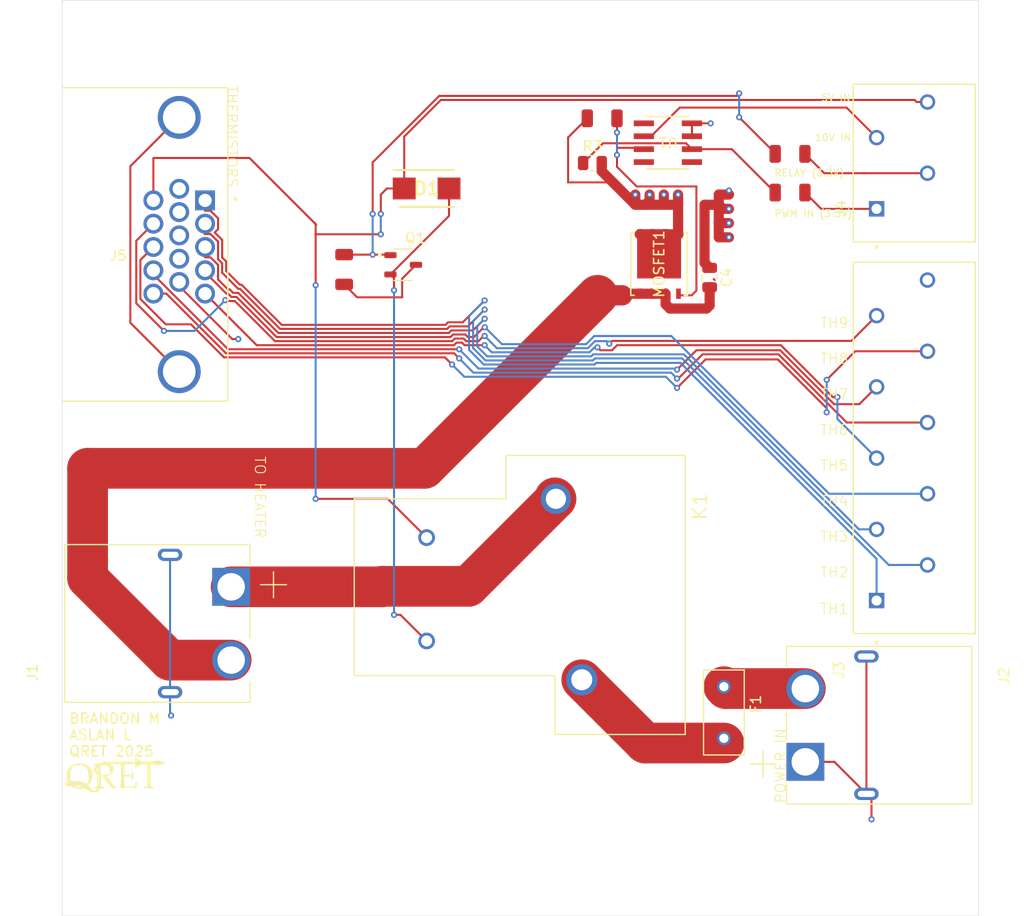
<source format=kicad_pcb>
(kicad_pcb (version 20241229) (generator "pcbnew") (generator_version "9.0")
  (layers (0 "F.Cu" signal) (2 "B.Cu" signal) (13 "F.Paste" user) (15 "B.Paste" user) (5 "F.SilkS" user "F.Silkscreen") (7 "B.SilkS" user "B.Silkscreen") (1 "F.Mask" user) (3 "B.Mask" user) (25 "Edge.Cuts" user))
  (net 0 "")
  (net 1 "GND")
  (net 2 "TH2")
  (net 3 "TH3")
  (net 4 "TH1")
  (net 5 "5V")
  (net 6 "TH7")
  (net 7 "TH6")
  (net 8 "TH8")
  (net 9 "TH4")
  (net 10 "TH9")
  (net 11 "TH5")
  (net 12 "Net-(J1-Pin_2)")
  (net 13 "PWM")
  (net 14 "RELAY")
  (net 15 "Net-(F1-Pad2)")
  (net 16 "Net-(D1-A)")
  (net 17 "10V")
  (net 18 "/24V")
  (net 19 "/24VIN")
  (net 21 "Net-(Q1-Pad1)")
  (net 22 "10V PWM")
  (net 23 "Net-(U1-INPUT_A)")
  (footprint "TC4427:SOIC8-N_MC_MCH" (layer "F.Cu") (at 109.5 59 180)
    (property "Reference" "U1" (at 0 0 180) (layer "F.SilkS"))
    (property "Value" "TC4427ACOA")
    (pad "1" smd rect (at -2.3622 -1.905 180) (size 1.9812 0.5588) (layers "F.Cu" "F.Mask" "F.Paste"))
    (pad "2" smd rect (at -2.3622 -0.635 180) (size 1.9812 0.5588) (layers "F.Cu" "F.Mask" "F.Paste") (net 23 "Net-(U1-INPUT_A)"))
    (pad "3" smd rect (at -2.3622 0.635 180) (size 1.9812 0.5588) (layers "F.Cu" "F.Mask" "F.Paste") (net 1 "GND"))
    (pad "4" smd rect (at -2.3622 1.905 180) (size 1.9812 0.5588) (layers "F.Cu" "F.Mask" "F.Paste") (net 1 "GND"))
    (pad "5" smd rect (at 2.3622 1.905 180) (size 1.9812 0.5588) (layers "F.Cu" "F.Mask" "F.Paste"))
    (pad "6" smd rect (at 2.3622 0.635 180) (size 1.9812 0.5588) (layers "F.Cu" "F.Mask" "F.Paste") (net 17 "10V"))
    (pad "7" smd rect (at 2.3622 -0.635 180) (size 1.9812 0.5588) (layers "F.Cu" "F.Mask" "F.Paste") (net 22 "10V PWM"))
    (pad "8" smd rect (at 2.3622 -1.905 180) (size 1.9812 0.5588) (layers "F.Cu" "F.Mask" "F.Paste"))
  )
  (footprint "XT60PW-M:AMASS_XT60PW-M" (layer "F.Cu") (at 129 116.25 -90)
    (property "Reference" "J2" (at -4.8236 -13.51498 90) (layer "F.SilkS") (effects (font (size 1.000441 1.000441))))
    (property "Value" "XT60PW-M")
    (pad "1" thru_hole rect (at 3.6 6 270) (size 3.716 3.716) (drill 2.7) (layers "*.Cu" "*.Mask") (net 1 "GND"))
    (pad "2" thru_hole circle (at -3.6 6 270) (size 3.716 3.716) (drill 2.7) (layers "*.Cu" "*.Mask") (net 19 "/24VIN"))
    (pad "S1" thru_hole oval (at 6.75 0 270) (size 1.2 2.4) (drill oval 0.6 1.7) (layers "*.Cu" "*.Mask"))
    (pad "S2" thru_hole oval (at -6.75 0 270) (size 1.2 2.4) (drill oval 0.6 1.7) (layers "*.Cu" "*.Mask"))
  )
  (footprint "PCM_JLCPCB:R_1206" (layer "F.Cu") (at 121.5 60.1 180)
    (property "Reference" "R1" (hide yes))
    (property "Value" "100")
    (pad "1" smd roundrect (at -1.46 0 180) (size 1.12 1.75) (layers "F.Cu" "F.Mask" "F.Paste") (roundrect_rratio 0.222222) (net 14 "RELAY"))
    (pad "2" smd roundrect (at 1.46 0 180) (size 1.12 1.75) (layers "F.Cu" "F.Mask" "F.Paste") (roundrect_rratio 0.222222) (net 21 "Net-(Q1-Pad1)"))
  )
  (footprint "Capacitor_SMD:C_0805_2012Metric" (layer "F.Cu") (at 113.6 72.25 -90)
    (property "Reference" "C4" (at 0 -1.68 90) (layer "F.SilkS"))
    (property "Value" "C47.5nf")
    (pad "1" smd roundrect (at -0.95 0 270) (size 1 1.45) (layers "F.Cu" "F.Mask" "F.Paste") (net 1 "GND"))
    (pad "2" smd roundrect (at 0.95 0 270) (size 1 1.45) (layers "F.Cu" "F.Mask" "F.Paste") (net 12 "Net-(J1-Pin_2)"))
  )
  (footprint "1985218:TE_1985218" (layer "F.Cu") (at 133.7 61 90)
    (property "Reference" "J4" (at -4.4925 -7.2325 90) (layer "F.SilkS"))
    (property "Value" "1985218")
    (pad "1" thru_hole rect (at -4.5 -3.7 90) (size 1.508 1.508) (drill 1) (layers "*.Cu" "*.Mask") (net 13 "PWM"))
    (pad "2" thru_hole circle (at -1 1.3 90) (size 1.508 1.508) (drill 1) (layers "*.Cu" "*.Mask") (net 14 "RELAY"))
    (pad "3" thru_hole circle (at 2.5 -3.7 90) (size 1.508 1.508) (drill 1) (layers "*.Cu" "*.Mask") (net 17 "10V"))
    (pad "4" thru_hole circle (at 6 1.3 90) (size 1.508 1.508) (drill 1) (layers "*.Cu" "*.Mask") (net 5 "5V"))
  )
  (footprint "PCM_JLCPCB:R_1206" (layer "F.Cu") (at 77.7 71.46 -90)
    (property "Reference" "R4" (hide yes))
    (property "Value" "4.7k")
    (pad "1" smd roundrect (at -1.46 0 270) (size 1.12 1.75) (layers "F.Cu" "F.Mask" "F.Paste") (roundrect_rratio 0.222222) (net 21 "Net-(Q1-Pad1)"))
    (pad "2" smd roundrect (at 1.46 0 270) (size 1.12 1.75) (layers "F.Cu" "F.Mask" "F.Paste") (roundrect_rratio 0.222222) (net 1 "GND"))
  )
  (footprint "LOGO" (layer "F.Cu") (at 55.2 121.1)
    (property "Reference" "G***" (hide yes))
    (property "Value" "LOGO" (hide yes))
  )
  (footprint "PCM_JLCPCB:R_1206" (layer "F.Cu") (at 121.5 63.9 180)
    (property "Reference" "R2" (hide yes))
    (property "Value" "100")
    (pad "1" smd roundrect (at -1.46 0 180) (size 1.12 1.75) (layers "F.Cu" "F.Mask" "F.Paste") (roundrect_rratio 0.222222) (net 13 "PWM"))
    (pad "2" smd roundrect (at 1.46 0 180) (size 1.12 1.75) (layers "F.Cu" "F.Mask" "F.Paste") (roundrect_rratio 0.222222) (net 23 "Net-(U1-INPUT_A)"))
  )
  (footprint "AO3400A (1):SOT95P280X125-3N" (layer "F.Cu") (at 83.5 71)
    (property "Reference" "Q1" (at 1.175 -2.635 0) (layer "F.SilkS"))
    (property "Value" "AO3400A" (hide yes))
    (pad "1" smd roundrect (at -1.255 -0.95) (size 1.21 0.59) (layers "F.Cu" "F.Mask" "F.Paste") (net 21 "Net-(Q1-Pad1)"))
    (pad "2" smd roundrect (at -1.255 0.95) (size 1.21 0.59) (layers "F.Cu" "F.Mask" "F.Paste") (net 16 "Net-(D1-A)"))
    (pad "3" smd roundrect (at 1.255 0) (size 1.21 0.59) (layers "F.Cu" "F.Mask" "F.Paste") (net 1 "GND"))
  )
  (footprint "10090926_P154XLF:AMPHENOL_10090926-P154XLF" (layer "F.Cu") (at 61.5 69 -90)
    (property "Reference" "J5" (at 1.1 6 180) (layer "F.SilkS"))
    (property "Value" "10090926-P154XLF")
    (pad "1" thru_hole rect (at -4.33 -2.54 270) (size 1.95 1.95) (drill 1.3) (layers "*.Cu" "*.Mask") (net 4 "TH1"))
    (pad "2" thru_hole circle (at -2.04 -2.54 270) (size 1.95 1.95) (drill 1.3) (layers "*.Cu" "*.Mask") (net 2 "TH2"))
    (pad "3" thru_hole circle (at 0.25 -2.54 270) (size 1.95 1.95) (drill 1.3) (layers "*.Cu" "*.Mask") (net 3 "TH3"))
    (pad "4" thru_hole circle (at 2.54 -2.54 270) (size 1.95 1.95) (drill 1.3) (layers "*.Cu" "*.Mask") (net 9 "TH4"))
    (pad "5" thru_hole circle (at 4.83 -2.54 270) (size 1.95 1.95) (drill 1.3) (layers "*.Cu" "*.Mask") (net 11 "TH5"))
    (pad "6" thru_hole circle (at -5.47 0 270) (size 1.95 1.95) (drill 1.3) (layers "*.Cu" "*.Mask"))
    (pad "7" thru_hole circle (at -3.18 0 270) (size 1.95 1.95) (drill 1.3) (layers "*.Cu" "*.Mask"))
    (pad "8" thru_hole circle (at -0.89 0 270) (size 1.95 1.95) (drill 1.3) (layers "*.Cu" "*.Mask"))
    (pad "9" thru_hole circle (at 1.4 0 270) (size 1.95 1.95) (drill 1.3) (layers "*.Cu" "*.Mask"))
    (pad "10" thru_hole circle (at 3.69 0 270) (size 1.95 1.95) (drill 1.3) (layers "*.Cu" "*.Mask") (net 1 "GND"))
    (pad "11" thru_hole circle (at -4.33 2.54 270) (size 1.95 1.95) (drill 1.3) (layers "*.Cu" "*.Mask") (net 5 "5V"))
    (pad "12" thru_hole circle (at -2.04 2.54 270) (size 1.95 1.95) (drill 1.3) (layers "*.Cu" "*.Mask") (net 10 "TH9"))
    (pad "13" thru_hole circle (at 0.25 2.54 270) (size 1.95 1.95) (drill 1.3) (layers "*.Cu" "*.Mask") (net 8 "TH8"))
    (pad "14" thru_hole circle (at 2.54 2.54 270) (size 1.95 1.95) (drill 1.3) (layers "*.Cu" "*.Mask") (net 6 "TH7"))
    (pad "15" thru_hole circle (at 4.83 2.54 270) (size 1.95 1.95) (drill 1.3) (layers "*.Cu" "*.Mask") (net 7 "TH6"))
    (pad "S1" thru_hole circle (at -12.49 0 270) (size 4.216 4.216) (drill 3.2) (layers "*.Cu" "*.Mask") (net 1 "GND"))
    (pad "S2" thru_hole circle (at 12.5 0 270) (size 4.216 4.216) (drill 3.2) (layers "*.Cu" "*.Mask") (net 1 "GND"))
  )
  (footprint "MBRS1100T3G:DIOM5436X247N" (layer "F.Cu") (at 85.8 63.5)
    (property "Reference" "D1" (at 0 0 0) (layer "F.SilkS") (effects (font (size 1.27 1.27) (thickness 0.254))))
    (property "Value" "MBRS1100T3G" (hide yes))
    (pad "1" smd rect (at -2.2 0 90) (size 2.15 2.25) (layers "F.Cu" "F.Mask" "F.Paste") (net 5 "5V"))
    (pad "2" smd rect (at 2.2 0 90) (size 2.15 2.25) (layers "F.Cu" "F.Mask" "F.Paste") (net 16 "Net-(D1-A)"))
  )
  (footprint "MountingHole:MountingHole_2.2mm_M2" (layer "F.Cu") (at 135 130)
    (property "Reference" "REF**" (hide yes))
    (property "Value" "MountingHole_2.2mm_M2")
    (pad "" np_thru_hole circle (at 0 0) (size 2.2 2.2) (drill 2.2) (layers "*.Cu" "*.Mask"))
  )
  (footprint "Resistor_SMD:R_0805_2012Metric" (layer "F.Cu") (at 102.0875 61)
    (property "Reference" "R3" (at 0 -1.65 0) (layer "F.SilkS"))
    (property "Value" "R100k")
    (pad "1" smd roundrect (at -0.9125 0) (size 1.025 1.4) (layers "F.Cu" "F.Mask" "F.Paste") (roundrect_rratio 0.243902) (net 23 "Net-(U1-INPUT_A)"))
    (pad "2" smd roundrect (at 0.9125 0) (size 1.025 1.4) (layers "F.Cu" "F.Mask" "F.Paste") (roundrect_rratio 0.243902) (net 1 "GND"))
  )
  (footprint "MountingHole:MountingHole_2.2mm_M2" (layer "F.Cu") (at 135 50)
    (property "Reference" "REF**" (hide yes))
    (property "Value" "MountingHole_2.2mm_M2")
    (pad "" np_thru_hole circle (at 0 0) (size 2.2 2.2) (drill 2.2) (layers "*.Cu" "*.Mask"))
  )
  (footprint "01x12 connnector:PHOENIX_1985276" (layer "F.Cu") (at 139.7 107.25 90)
    (property "Reference" "J3" (at -3.575 -13.385 90) (layer "F.SilkS"))
    (property "Value" "1985276")
    (pad "1" thru_hole rect (at 3.25 -9.7 90) (size 1.508 1.508) (drill 1) (layers "*.Cu" "*.Mask") (net 4 "TH1"))
    (pad "2" thru_hole circle (at 6.75 -4.7 90) (size 1.508 1.508) (drill 1) (layers "*.Cu" "*.Mask") (net 2 "TH2"))
    (pad "3" thru_hole circle (at 10.25 -9.7 90) (size 1.508 1.508) (drill 1) (layers "*.Cu" "*.Mask") (net 3 "TH3"))
    (pad "4" thru_hole circle (at 13.75 -4.7 90) (size 1.508 1.508) (drill 1) (layers "*.Cu" "*.Mask") (net 9 "TH4"))
    (pad "5" thru_hole circle (at 17.25 -9.7 90) (size 1.508 1.508) (drill 1) (layers "*.Cu" "*.Mask") (net 11 "TH5"))
    (pad "6" thru_hole circle (at 20.75 -4.7 90) (size 1.508 1.508) (drill 1) (layers "*.Cu" "*.Mask") (net 7 "TH6"))
    (pad "7" thru_hole circle (at 24.25 -9.7 90) (size 1.508 1.508) (drill 1) (layers "*.Cu" "*.Mask") (net 6 "TH7"))
    (pad "8" thru_hole circle (at 27.75 -4.7 90) (size 1.508 1.508) (drill 1) (layers "*.Cu" "*.Mask") (net 8 "TH8"))
    (pad "9" thru_hole circle (at 31.25 -9.7 90) (size 1.508 1.508) (drill 1) (layers "*.Cu" "*.Mask") (net 10 "TH9"))
    (pad "10" thru_hole circle (at 34.75 -4.7 90) (size 1.508 1.508) (drill 1) (layers "*.Cu" "*.Mask"))
  )
  (footprint "SIR462DP:POWERPAK_SO-8_SINGLE_VIS" (layer "F.Cu") (at 108.635 70.921 90)
    (property "Reference" "MOSFET1" (at 0 0 90) (layer "F.SilkS"))
    (property "Value" "SIR462DP-T1-GE3")
    (fp_poly (pts (xy 2.5654 -2.159) (xy -1.4224 -2.159) (xy -1.4224 2.159) (xy 2.5654 2.159)) (fill yes) (layer "F.Cu"))
    (pad "1" smd rect (at -2.921 -1.905 90) (size 1.016 0.4572) (layers "F.Cu" "F.Mask" "F.Paste") (net 12 "Net-(J1-Pin_2)"))
    (pad "2" smd rect (at -2.921 -0.635 90) (size 1.016 0.4572) (layers "F.Cu" "F.Mask" "F.Paste") (net 12 "Net-(J1-Pin_2)"))
    (pad "3" smd rect (at -2.921 0.635 90) (size 1.016 0.4572) (layers "F.Cu" "F.Mask" "F.Paste") (net 12 "Net-(J1-Pin_2)"))
    (pad "4" smd rect (at -2.921 1.905 90) (size 1.016 0.4572) (layers "F.Cu" "F.Mask" "F.Paste") (net 22 "10V PWM"))
    (pad "5" smd rect (at 2.921 1.905 90) (size 1.016 0.4572) (layers "F.Cu" "F.Mask" "F.Paste") (net 1 "GND"))
    (pad "6" smd rect (at 2.921 0.635 90) (size 1.016 0.4572) (layers "F.Cu" "F.Mask" "F.Paste") (net 1 "GND"))
    (pad "7" smd rect (at 2.921 -0.635 90) (size 1.016 0.4572) (layers "F.Cu" "F.Mask" "F.Paste") (net 1 "GND"))
    (pad "8" smd rect (at 2.921 -1.905 90) (size 1.016 0.4572) (layers "F.Cu" "F.Mask" "F.Paste") (net 1 "GND"))
  )
  (footprint "PCM_JLCPCB:R_1206" (layer "F.Cu") (at 103.04 56.6 180)
    (property "Reference" "R5" (hide yes))
    (property "Value" "10k")
    (pad "1" smd roundrect (at -1.46 0 180) (size 1.12 1.75) (layers "F.Cu" "F.Mask" "F.Paste") (roundrect_rratio 0.222222) (net 22 "10V PWM"))
    (pad "2" smd roundrect (at 1.46 0 180) (size 1.12 1.75) (layers "F.Cu" "F.Mask" "F.Paste") (roundrect_rratio 0.222222) (net 1 "GND"))
  )
  (footprint "FUSE_0697H9200:FUSRR508W60L835T400H810" (layer "F.Cu") (at 115 115 -90)
    (property "Reference" "F1" (at -0.825 -3.135 90) (layer "F.SilkS"))
    (property "Value" "20A Fuse")
    (pad "1" thru_hole circle (at -2.54 0 270) (size 1.35 1.35) (drill 0.9) (layers "*.Cu" "*.Mask") (net 19 "/24VIN"))
    (pad "2" thru_hole circle (at 2.54 0 270) (size 1.35 1.35) (drill 0.9) (layers "*.Cu" "*.Mask") (net 15 "Net-(F1-Pad2)"))
  )
  (footprint "MountingHole:MountingHole_2.2mm_M2" (layer "F.Cu") (at 55 50)
    (property "Reference" "REF**" (hide yes))
    (property "Value" "MountingHole_2.2mm_M2")
    (pad "" np_thru_hole circle (at 0 0) (size 2.2 2.2) (drill 2.2) (layers "*.Cu" "*.Mask"))
  )
  (footprint "MountingHole:MountingHole_2.2mm_M2" (layer "F.Cu") (at 55 130)
    (property "Reference" "REF**" (hide yes))
    (property "Value" "MountingHole_2.2mm_M2")
    (pad "" np_thru_hole circle (at 0 0) (size 2.2 2.2) (drill 2.2) (layers "*.Cu" "*.Mask"))
  )
  (footprint "T9AS1D12_24:RELAY_1-1393210-8" (layer "F.Cu") (at 94.945 103.445 -90)
    (property "Reference" "K1" (at -8.708725 -17.696475 90) (layer "F.SilkS") (effects (font (size 1.400591 1.400591))))
    (property "Value" "1-1393210-8")
    (pad "1" thru_hole circle (at -5.635 9.145 270) (size 1.635 1.635) (drill 1.09) (layers "*.Cu" "*.Mask") (net 5 "5V"))
    (pad "2" thru_hole circle (at 4.525 9.145 270) (size 1.635 1.635) (drill 1.09) (layers "*.Cu" "*.Mask") (net 16 "Net-(D1-A)"))
    (pad "3" thru_hole circle (at 8.335 -6.095 270) (size 3.076 3.076) (drill 2.06) (layers "*.Cu" "*.Mask") (net 15 "Net-(F1-Pad2)"))
    (pad "4" thru_hole circle (at -9.445 -3.555 270) (size 2.97 2.97) (drill 1.98) (layers "*.Cu" "*.Mask") (net 18 "/24V"))
  )
  (footprint "XT60PW-M:AMASS_XT60PW-M" (layer "F.Cu") (at 60.6 106.25 90)
    (property "Reference" "J1" (at -4.8236 -13.51498 90) (layer "F.SilkS") (effects (font (size 1.000441 1.000441))))
    (property "Value" "XT60PW-M")
    (pad "1" thru_hole rect (at 3.6 6 90) (size 3.716 3.716) (drill 2.7) (layers "*.Cu" "*.Mask") (net 18 "/24V"))
    (pad "2" thru_hole circle (at -3.6 6 90) (size 3.716 3.716) (drill 2.7) (layers "*.Cu" "*.Mask") (net 12 "Net-(J1-Pin_2)"))
    (pad "S1" thru_hole oval (at 6.75 0 90) (size 1.2 2.4) (drill oval 0.6 1.7) (layers "*.Cu" "*.Mask"))
    (pad "S2" thru_hole oval (at -6.75 0 90) (size 1.2 2.4) (drill oval 0.6 1.7) (layers "*.Cu" "*.Mask"))
  )
  (gr_rect (start 50 45) (end 140 135) (stroke (width 0.05)) (fill no) (layer "Edge.Cuts"))
  (gr_text "RELAY (3.3V)\n\n" (at 119.9 63.5 0) (layer "F.SilkS") (effects (font (size 0.7 0.7) (thickness 0.1)) (justify left bottom)))
  (gr_text "TH9" (at 124.4 77.3 0) (layer "F.SilkS") (effects (font (size 1 1) (thickness 0.1)) (justify left bottom)))
  (gr_text "TH8" (at 124.4 80.8 0) (layer "F.SilkS") (effects (font (size 1 1) (thickness 0.1)) (justify left bottom)))
  (gr_text "TH7" (at 124.4 84.3 0) (layer "F.SilkS") (effects (font (size 1 1) (thickness 0.1)) (justify left bottom)))
  (gr_text "PWM IN (3.3V)\n\n" (at 119.9 67.5 0) (layer "F.SilkS") (effects (font (size 0.7 0.7) (thickness 0.1)) (justify left bottom)))
  (gr_text "10V IN" (at 123.9 58.9 0) (layer "F.SilkS") (effects (font (size 0.7 0.7) (thickness 0.1)) (justify left bottom)))
  (gr_text "TH6" (at 124.4 87.8 0) (layer "F.SilkS") (effects (font (size 1 1) (thickness 0.1)) (justify left bottom)))
  (gr_text "TH2" (at 124.4 101.8 0) (layer "F.SilkS") (effects (font (size 1 1) (thickness 0.1)) (justify left bottom)))
  (gr_text "TO HEATER\n" (at 68.85 89.75 270) (layer "F.SilkS") (effects (font (size 1 1) (thickness 0.1)) (justify left bottom)))
  (gr_text "TH5" (at 124.4 91.3 0) (layer "F.SilkS") (effects (font (size 1 1) (thickness 0.1)) (justify left bottom)))
  (gr_text "BRANDON M\nASLAN L\nQRET 2025\n" (at 50.6 119.4 0) (layer "F.SilkS") (effects (font (size 1 1)) (justify left bottom)))
  (gr_text "THERMISTORS" (at 66.1 53.3 270) (layer "F.SilkS") (effects (font (size 1 1) (thickness 0.1)) (justify left bottom)))
  (gr_text "5V IN\n" (at 124.5 55 0) (layer "F.SilkS") (effects (font (size 0.7 0.7) (thickness 0.1)) (justify left bottom)))
  (gr_text "POWER IN\n" (at 121.15 124 90) (layer "F.SilkS") (effects (font (size 1 1) (thickness 0.1)) (justify left bottom)))
  (gr_text "TH3\n" (at 124.4 98.3 0) (layer "F.SilkS") (effects (font (size 1 1) (thickness 0.1)) (justify left bottom)))
  (gr_text "TH1" (at 124.4 105.4 0) (layer "F.SilkS") (effects (font (size 1 1) (thickness 0.1)) (justify left bottom)))
  (gr_text "TH4" (at 124.4 94.8 0) (layer "F.SilkS") (effects (font (size 1 1) (thickness 0.1)) (justify left bottom)))
  (via (at 60.7 115.3) (size 0.6) (drill 0.3) (layers "F.Cu" "B.Cu") (net 0))
  (segment (start 60.6 113) (end 60.6 115.2) (width 0.2) (layer "B.Cu") (net 0))
  (segment (start 60.6 115.2) (end 60.7 115.3) (width 0.2) (layer "B.Cu") (net 0))
  (segment (start 60.6 99.5) (end 60.6 113) (width 0.2) (layer "B.Cu") (net 0))
  (segment (start 109.1 65.1) (end 110.5 65.1) (width 1) (layer "F.Cu") (net 1))
  (segment (start 114.5 65.1) (end 114.5 64.1) (width 1) (layer "F.Cu") (net 1))
  (segment (start 99.7 58.48) (end 99.7 62.9) (width 0.2) (layer "F.Cu") (net 1))
  (segment (start 104.1 62.9) (end 104.15 62.95) (width 0.2) (layer "F.Cu") (net 1))
  (segment (start 110.5 66.35) (end 110.5 67.96) (width 1) (layer "F.Cu") (net 1))
  (segment (start 107.7 64.1) (end 107.7 64.7) (width 1) (layer "F.Cu") (net 1))
  (segment (start 114.5 65.1) (end 114.5 66.9) (width 1) (layer "F.Cu") (net 1))
  (segment (start 56.7 61.31) (end 56.7 76.7) (width 0.2) (layer "F.Cu") (net 1))
  (segment (start 110.5 65.1) (end 110.5 66.35) (width 1) (layer "F.Cu") (net 1))
  (segment (start 114.5 65.1) (end 113.1 65.1) (width 1) (layer "F.Cu") (net 1))
  (segment (start 101.58 56.6) (end 99.7 58.48) (width 0.2) (layer "F.Cu") (net 1))
  (segment (start 107.3 65.1) (end 109.1 65.1) (width 1) (layer "F.Cu") (net 1))
  (segment (start 61.5 82) (end 62.3 82.8) (width 0.2) (layer "F.Cu") (net 1))
  (segment (start 123 119.85) (end 125.85 119.85) (width 0.2) (layer "F.Cu") (net 1))
  (segment (start 106.3 65.1) (end 106.3 64.1) (width 1) (layer "F.Cu") (net 1))
  (segment (start 103 61) (end 103 61.8) (width 1) (layer "F.Cu") (net 1))
  (segment (start 110.54 68) (end 106.73 68) (width 1) (layer "F.Cu") (net 1))
  (segment (start 115.5 66.9) (end 114.5 66.9) (width 1) (layer "F.Cu") (net 1))
  (segment (start 78.98 74.2) (end 83.4 74.2) (width 0.2) (layer "F.Cu") (net 1))
  (segment (start 110.5 65.1) (end 110.5 64.1) (width 1) (layer "F.Cu") (net 1))
  (segment (start 56.7 76.7) (end 61.5 81.5) (width 0.2) (layer "F.Cu") (net 1))
  (segment (start 114.5 66.9) (end 114.5 68.3) (width 1) (layer "F.Cu") (net 1))
  (segment (start 61.5 73.094537) (end 66.705463 78.3) (width 0.2) (layer "F.Cu") (net 1))
  (segment (start 113.1 70.8) (end 113.6 71.3) (width 1) (layer "F.Cu") (net 1))
  (segment (start 107.7 64.7) (end 107.3 65.1) (width 1) (layer "F.Cu") (net 1))
  (segment (start 61.5 72.69) (end 61.5 73.094537) (width 0.2) (layer "F.Cu") (net 1))
  (segment (start 84.755 71) (end 83.4 72.355) (width 0.2) (layer "F.Cu") (net 1))
  (segment (start 125.85 119.85) (end 129 123) (width 0.2) (layer "F.Cu") (net 1))
  (segment (start 83.4 72.355) (end 83.4 74.2) (width 0.2) (layer "F.Cu") (net 1))
  (segment (start 111.8622 57.095) (end 113.695 57.095) (width 0.2) (layer "F.Cu") (net 1))
  (segment (start 129.5 123.5) (end 129.5 125.5) (width 0.2) (layer "F.Cu") (net 1))
  (segment (start 113.695 57.095) (end 113.7 57.1) (width 0.2) (layer "F.Cu") (net 1))
  (segment (start 114.5 68.3) (end 115.5 68.3) (width 1) (layer "F.Cu") (net 1))
  (segment (start 114.5 64.1) (end 115.5 64.1) (width 1) (layer "F.Cu") (net 1))
  (segment (start 99.7 62.9) (end 104.1 62.9) (width 0.2) (layer "F.Cu") (net 1))
  (segment (start 115.5 65.5) (end 114.9 65.5) (width 1) (layer "F.Cu") (net 1))
  (segment (start 66.705463 78.3) (end 67.3 78.3) (width 0.2) (layer "F.Cu") (net 1))
  (segment (start 61.5 81.5) (end 61.5 82) (width 0.2) (layer "F.Cu") (net 1))
  (segment (start 129 123) (end 128.5 123) (width 0.2) (layer "F.Cu") (net 1))
  (segment (start 109.1 64.1) (end 109.1 65.1) (width 1) (layer "F.Cu") (net 1))
  (segment (start 113.1 65.1) (end 113.1 70.8) (width 1) (layer "F.Cu") (net 1))
  (segment (start 104.15 62.95) (end 106.3 65.1) (width 1) (layer "F.Cu") (net 1))
  (segment (start 129 109.5) (end 129 123) (width 0.2) (layer "F.Cu") (net 1))
  (segment (start 110.5 67.96) (end 110.54 68) (width 0.2) (layer "F.Cu") (net 1))
  (segment (start 103 61.8) (end 104.15 62.95) (width 1) (layer "F.Cu") (net 1))
  (segment (start 111.8622 57.095) (end 111.8622 58.365) (width 0.2) (layer "F.Cu") (net 1))
  (segment (start 58.905 59.105) (end 56.7 61.31) (width 0.2) (layer "F.Cu") (net 1))
  (segment (start 58.71 59.3) (end 61.5 56.51) (width 0.2) (layer "F.Cu") (net 1))
  (segment (start 114.9 65.5) (end 114.5 65.1) (width 1) (layer "F.Cu") (net 1))
  (segment (start 129 123) (end 129.5 123.5) (width 0.2) (layer "F.Cu") (net 1))
  (segment (start 107.3 65.1) (end 106.3 65.1) (width 1) (layer "F.Cu") (net 1))
  (segment (start 77.7 72.92) (end 78.98 74.2) (width 0.2) (layer "F.Cu") (net 1))
  (via (at 106.3 64.1) (size 0.6) (drill 0.3) (layers "F.Cu" "B.Cu") (net 1))
  (via (at 115.5 63.7) (size 0.6) (drill 0.3) (layers "F.Cu" "B.Cu") (net 1))
  (via (at 109.1 64.1) (size 0.6) (drill 0.3) (layers "F.Cu" "B.Cu") (net 1))
  (via (at 115.5 65.5) (size 0.6) (drill 0.3) (layers "F.Cu" "B.Cu") (net 1))
  (via (at 113.7 57.1) (size 0.6) (drill 0.3) (layers "F.Cu" "B.Cu") (net 1))
  (via (at 67.3 78.3) (size 0.6) (drill 0.3) (layers "F.Cu" "B.Cu") (net 1))
  (via (at 115.5 66.9) (size 0.6) (drill 0.3) (layers "F.Cu" "B.Cu") (net 1))
  (via (at 107.7 64.1) (size 0.6) (drill 0.3) (layers "F.Cu" "B.Cu") (net 1))
  (via (at 110.5 64.1) (size 0.6) (drill 0.3) (layers "F.Cu" "B.Cu") (net 1))
  (via (at 115.5 68.3) (size 0.6) (drill 0.3) (layers "F.Cu" "B.Cu") (net 1))
  (via (at 129.5 125.5) (size 0.6) (drill 0.3) (layers "F.Cu" "B.Cu") (net 1))
  (segment (start 65.716 70.845778) (end 65.716 71.781686) (width 0.2) (layer "F.Cu") (net 2))
  (segment (start 64.568537 67.974) (end 65.316 68.721463) (width 0.2) (layer "F.Cu") (net 2))
  (segment (start 64 67.974) (end 64.568537 67.974) (width 0.2) (layer "F.Cu") (net 2))
  (segment (start 88.068021 77.05) (end 89.85 77.05) (width 0.2) (layer "F.Cu") (net 2))
  (segment (start 89.85 77.05) (end 91.5 75.4) (width 0.2) (layer "F.Cu") (net 2))
  (segment (start 65.716 71.781686) (end 67.291463 73.357149) (width 0.2) (layer "F.Cu") (net 2))
  (segment (start 65.318 70.447777) (end 65.716 70.845778) (width 0.2) (layer "F.Cu") (net 2))
  (segment (start 65.316 70.444363) (end 65.318 70.446363) (width 0.2) (layer "F.Cu") (net 2))
  (segment (start 67.458564 73.357149) (end 71.400414 77.298999) (width 0.2) (layer "F.Cu") (net 2))
  (segment (start 65.318 70.446363) (end 65.318 70.447777) (width 0.2) (layer "F.Cu") (net 2))
  (segment (start 65.316 68.721463) (end 65.316 70.444363) (width 0.2) (layer "F.Cu") (net 2))
  (segment (start 64 67) (end 64 67.974) (width 0.2) (layer "F.Cu") (net 2))
  (segment (start 87.819021 77.298999) (end 88.068021 77.05) (width 0.2) (layer "F.Cu") (net 2))
  (segment (start 67.291463 73.357149) (end 67.458564 73.357149) (width 0.2) (layer "F.Cu") (net 2))
  (segment (start 71.400414 77.298999) (end 87.819021 77.298999) (width 0.2) (layer "F.Cu") (net 2))
  (via (at 91.5 75.4) (size 0.6) (drill 0.3) (layers "F.Cu" "B.Cu") (net 2))
  (segment (start 102.328425 80.2) (end 110.9 80.2) (width 0.2) (layer "B.Cu") (net 2))
  (segment (start 90.370686 79.187729) (end 91.582957 80.4) (width 0.2) (layer "B.Cu") (net 2))
  (segment (start 102.128426 80.4) (end 102.328425 80.2) (width 0.2) (layer "B.Cu") (net 2))
  (segment (start 90.370686 76.529314) (end 90.370686 79.187729) (width 0.2) (layer "B.Cu") (net 2))
  (segment (start 91.5 75.4) (end 90.370686 76.529314) (width 0.2) (layer "B.Cu") (net 2))
  (segment (start 110.9 80.2) (end 131.2 100.5) (width 0.2) (layer "B.Cu") (net 2))
  (segment (start 91.582957 80.4) (end 102.128426 80.4) (width 0.2) (layer "B.Cu") (net 2))
  (segment (start 131.2 100.5) (end 135 100.5) (width 0.2) (layer "B.Cu") (net 2))
  (segment (start 65.318 72.447957) (end 65.318 72.283687) (width 0.2) (layer "F.Cu") (net 3))
  (segment (start 67.292878 73.757149) (end 66.792498 73.757149) (width 0.2) (layer "F.Cu") (net 3))
  (segment (start 66.459844 73.424495) (end 66.294538 73.424495) (width 0.2) (layer "F.Cu") (net 3))
  (segment (start 65.317 72.117) (end 65.292269 72.092269) (width 0.2) (layer "F.Cu") (net 3))
  (segment (start 64.04 70.264) (end 64.04 69.25) (width 0.2) (layer "F.Cu") (net 3))
  (segment (start 65.317 72.282686) (end 65.317 72.117) (width 0.2) (layer "F.Cu") (net 3))
  (segment (start 91.5 76.3) (end 90.35 77.45) (width 0.2) (layer "F.Cu") (net 3))
  (segment (start 65.316 72.068537) (end 65.316 71.011463) (width 0.2) (layer "F.Cu") (net 3))
  (segment (start 64.568537 70.264) (end 64.04 70.264) (width 0.2) (layer "F.Cu") (net 3))
  (segment (start 87.984706 77.698999) (end 71.234728 77.698999) (width 0.2) (layer "F.Cu") (net 3))
  (segment (start 65.318 72.283687) (end 65.317 72.282686) (width 0.2) (layer "F.Cu") (net 3))
  (segment (start 65.292269 72.092269) (end 65.316 72.068537) (width 0.2) (layer "F.Cu") (net 3))
  (segment (start 90.35 77.45) (end 88.233706 77.45) (width 0.2) (layer "F.Cu") (net 3))
  (segment (start 71.234728 77.698999) (end 67.292878 73.757149) (width 0.2) (layer "F.Cu") (net 3))
  (segment (start 88.233706 77.45) (end 87.984706 77.698999) (width 0.2) (layer "F.Cu") (net 3))
  (segment (start 66.294538 73.424495) (end 65.318 72.447957) (width 0.2) (layer "F.Cu") (net 3))
  (segment (start 66.792498 73.757149) (end 66.459844 73.424495) (width 0.2) (layer "F.Cu") (net 3))
  (segment (start 65.316 71.011463) (end 64.568537 70.264) (width 0.2) (layer "F.Cu") (net 3))
  (via (at 91.5 76.3) (size 0.6) (drill 0.3) (layers "F.Cu" "B.Cu") (net 3))
  (segment (start 90.771686 77.028314) (end 90.771686 79.021629) (width 0.2) (layer "B.Cu") (net 3))
  (segment (start 102.16274 79.8) (end 111.065686 79.8) (width 0.2) (layer "B.Cu") (net 3))
  (segment (start 128.265686 97) (end 130 97) (width 0.2) (layer "B.Cu") (net 3))
  (segment (start 91.750057 80) (end 101.96274 80) (width 0.2) (layer "B.Cu") (net 3))
  (segment (start 90.771686 79.021629) (end 91.750057 80) (width 0.2) (layer "B.Cu") (net 3))
  (segment (start 91.5 76.3) (end 90.771686 77.028314) (width 0.2) (layer "B.Cu") (net 3))
  (segment (start 101.96274 80) (end 102.16274 79.8) (width 0.2) (layer "B.Cu") (net 3))
  (segment (start 111.065686 79.8) (end 128.265686 97) (width 0.2) (layer "B.Cu") (net 3))
  (segment (start 67.62425 72.957149) (end 71.5661 76.898999) (width 0.2) (layer "F.Cu") (net 4))
  (segment (start 66.116 70.680093) (end 66.116 71.616) (width 0.2) (layer "F.Cu") (net 4))
  (segment (start 71.5661 76.898999) (end 87.653336 76.898999) (width 0.2) (layer "F.Cu") (net 4))
  (segment (start 64.04 65.684) (end 64.568537 65.684) (width 0.2) (layer "F.Cu") (net 4))
  (segment (start 64.04 64.67) (end 64.04 65.684) (width 0.2) (layer "F.Cu") (net 4))
  (segment (start 87.653336 76.898999) (end 87.902336 76.65) (width 0.2) (layer "F.Cu") (net 4))
  (segment (start 64.568537 65.684) (end 65.316 66.431463) (width 0.2) (layer "F.Cu") (net 4))
  (segment (start 64.983794 67.820743) (end 65.718 68.554949) (width 0.2) (layer "F.Cu") (net 4))
  (segment (start 65.718 70.282092) (end 66.116 70.680093) (width 0.2) (layer "F.Cu") (net 4))
  (segment (start 65.316 67.488537) (end 64.983794 67.820743) (width 0.2) (layer "F.Cu") (net 4))
  (segment (start 65.718 68.554949) (end 65.718 70.282092) (width 0.2) (layer "F.Cu") (net 4))
  (segment (start 67.457149 72.957149) (end 67.62425 72.957149) (width 0.2) (layer "F.Cu") (net 4))
  (segment (start 66.116 71.616) (end 67.457149 72.957149) (width 0.2) (layer "F.Cu") (net 4))
  (segment (start 89.349999 76.65) (end 91.5 74.5) (width 0.2) (layer "F.Cu") (net 4))
  (segment (start 65.316 66.431463) (end 65.316 67.488537) (width 0.2) (layer "F.Cu") (net 4))
  (segment (start 87.902336 76.65) (end 89.349999 76.65) (width 0.2) (layer "F.Cu") (net 4))
  (via (at 91.5 74.5) (size 0.6) (drill 0.3) (layers "F.Cu" "B.Cu") (net 4))
  (segment (start 102.29411 80.800001) (end 102.453731 80.64038) (width 0.2) (layer "B.Cu") (net 4))
  (segment (start 89.969686 79.353829) (end 91.415857 80.8) (width 0.2) (layer "B.Cu") (net 4))
  (segment (start 130 99.9) (end 130 104) (width 0.2) (layer "B.Cu") (net 4))
  (segment (start 102.453731 80.64038) (end 110.74038 80.64038) (width 0.2) (layer "B.Cu") (net 4))
  (segment (start 110.74038 80.64038) (end 130 99.9) (width 0.2) (layer "B.Cu") (net 4))
  (segment (start 89.969686 76.030314) (end 89.969686 79.353829) (width 0.2) (layer "B.Cu") (net 4))
  (segment (start 91.415857 80.8) (end 102.29411 80.800001) (width 0.2) (layer "B.Cu") (net 4))
  (segment (start 91.5 74.5) (end 89.969686 76.030314) (width 0.2) (layer "B.Cu") (net 4))
  (segment (start 83.6 58.4) (end 87.2 54.8) (width 0.2) (layer "F.Cu") (net 5))
  (segment (start 74.899998 72.999998) (end 74.9 72.999998) (width 0.2) (layer "F.Cu") (net 5))
  (segment (start 81.3 64.1) (end 81.3 66) (width 0.2) (layer "F.Cu") (net 5))
  (segment (start 85.8 97.81) (end 81.99 94) (width 0.2) (layer "F.Cu") (net 5))
  (segment (start 87.2 54.8) (end 133.733683 54.8) (width 0.2) (layer "F.Cu") (net 5))
  (segment (start 59 60.5) (end 68.4 60.5) (width 0.2) (layer "F.Cu") (net 5))
  (segment (start 81.3 68) (end 74.9 68) (width 0.2) (layer "F.Cu") (net 5))
  (segment (start 74.9 68) (end 74.9 67) (width 0.2) (layer "F.Cu") (net 5))
  (segment (start 83.6 63.5) (end 81.9 63.5) (width 0.2) (layer "F.Cu") (net 5))
  (segment (start 74.9 67) (end 74.8 66.9) (width 0.2) (layer "F.Cu") (net 5))
  (segment (start 133.733683 54.8) (end 133.933683 55) (width 0.2) (layer "F.Cu") (net 5))
  (segment (start 133.933683 55) (end 135 55) (width 0.2) (layer "F.Cu") (net 5))
  (segment (start 81.99 94) (end 74.9 94) (width 0.2) (layer "F.Cu") (net 5))
  (segment (start 58.96 60.54) (end 59 60.5) (width 0.2) (layer "F.Cu") (net 5))
  (segment (start 74.9 72.999998) (end 74.9 68) (width 0.2) (layer "F.Cu") (net 5))
  (segment (start 81.9 63.5) (end 81.3 64.1) (width 0.2) (layer "F.Cu") (net 5))
  (segment (start 58.96 64.67) (end 58.96 60.54) (width 0.2) (layer "F.Cu") (net 5))
  (segment (start 83.6 63.5) (end 83.6 58.4) (width 0.2) (layer "F.Cu") (net 5))
  (segment (start 74.8 66.9) (end 74.95 67.05) (width 0.2) (layer "F.Cu") (net 5))
  (segment (start 68.4 60.5) (end 74.8 66.9) (width 0.2) (layer "F.Cu") (net 5))
  (segment (start 74.8 72.9) (end 74.899998 72.999998) (width 0.2) (layer "F.Cu") (net 5))
  (via (at 81.3 68) (size 0.6) (drill 0.3) (layers "F.Cu" "B.Cu") (net 5))
  (via (at 81.3 66) (size 0.6) (drill 0.3) (layers "F.Cu" "B.Cu") (net 5))
  (via (at 74.9 94) (size 0.6) (drill 0.3) (layers "F.Cu" "B.Cu") (net 5))
  (via (at 74.9 72.999998) (size 0.6) (drill 0.3) (layers "F.Cu" "B.Cu") (net 5))
  (segment (start 74.9 94) (end 74.9 72.999998) (width 0.2) (layer "B.Cu") (net 5))
  (segment (start 81.3 66) (end 81.3 68) (width 0.2) (layer "B.Cu") (net 5))
  (segment (start 66.3 79.3) (end 89 79.3) (width 0.2) (layer "F.Cu") (net 6))
  (segment (start 125.83137 84.7) (end 120.53137 79.4) (width 0.2) (layer "F.Cu") (net 6))
  (segment (start 112.3 79.4) (end 110.4 81.3) (width 0.2) (layer "F.Cu") (net 6))
  (segment (start 130 83) (end 128.3 84.7) (width 0.2) (layer "F.Cu") (net 6))
  (segment (start 128.3 84.7) (end 125.83137 84.7) (width 0.2) (layer "F.Cu") (net 6))
  (segment (start 120.53137 79.4) (end 112.3 79.4) (width 0.2) (layer "F.Cu") (net 6))
  (segment (start 58.96 71.96) (end 66.3 79.3) (width 0.2) (layer "F.Cu") (net 6))
  (segment (start 58.96 71.54) (end 58.96 71.96) (width 0.2) (layer "F.Cu") (net 6))
  (via (at 110.4 81.3) (size 0.6) (drill 0.3) (layers "F.Cu" "B.Cu") (net 6))
  (via (at 89 79.3) (size 0.6) (drill 0.3) (layers "F.Cu" "B.Cu") (net 6))
  (segment (start 90.9 81.2) (end 110.3 81.2) (width 0.2) (layer "B.Cu") (net 6))
  (segment (start 110.3 81.2) (end 110.4 81.3) (width 0.2) (layer "B.Cu") (net 6))
  (segment (start 89 79.3) (end 90.9 81.2) (width 0.2) (layer "B.Cu") (net 6))
  (segment (start 88.5 79.7) (end 89 80.2) (width 0.2) (layer "F.Cu") (net 7))
  (segment (start 112.9 79.8) (end 110.51924 82.18076) (width 0.2) (layer "F.Cu") (net 7))
  (segment (start 120.365684 79.8) (end 112.9 79.8) (width 0.2) (layer "F.Cu") (net 7))
  (segment (start 125.382842 84.817158) (end 127.065684 86.5) (width 0.2) (layer "F.Cu") (net 7))
  (segment (start 110.51924 82.18076) (end 110.4 82.18076) (width 0.2) (layer "F.Cu") (net 7))
  (segment (start 125.382842 84.817158) (end 125.4 84.834315) (width 0.2) (layer "F.Cu") (net 7))
  (segment (start 60.23 73.83) (end 66.1 79.7) (width 0.2) (layer "F.Cu") (net 7))
  (segment (start 125.382842 84.817158) (end 120.365684 79.8) (width 0.2) (layer "F.Cu") (net 7))
  (segment (start 58.96 73.83) (end 60.23 73.83) (width 0.2) (layer "F.Cu") (net 7))
  (segment (start 127.065684 86.5) (end 135 86.5) (width 0.2) (layer "F.Cu") (net 7))
  (segment (start 66.1 79.7) (end 88.5 79.7) (width 0.2) (layer "F.Cu") (net 7))
  (via (at 89 80.2) (size 0.6) (drill 0.3) (layers "F.Cu" "B.Cu") (net 7))
  (via (at 110.4 82.18076) (size 0.6) (drill 0.3) (layers "F.Cu" "B.Cu") (net 7))
  (segment (start 109.81924 81.6) (end 110.4 82.18076) (width 0.2) (layer "B.Cu") (net 7))
  (segment (start 90.4 81.6) (end 109.81924 81.6) (width 0.2) (layer "B.Cu") (net 7))
  (segment (start 89 80.2) (end 90.4 81.6) (width 0.2) (layer "B.Cu") (net 7))
  (segment (start 125.1 85.5) (end 125.1 85.10283) (width 0.2) (layer "F.Cu") (net 8))
  (segment (start 60.175463 76.85) (end 57.684 74.358537) (width 0.2) (layer "F.Cu") (net 8))
  (segment (start 125.1 85.10283) (end 120.448585 80.451415) (width 0.2) (layer "F.Cu") (net 8))
  (segment (start 62.65 76.85) (end 60.175463 76.85) (width 0.2) (layer "F.Cu") (net 8))
  (segment (start 120.448585 80.451415) (end 120.367684 80.370515) (width 0.2) (layer "F.Cu") (net 8))
  (segment (start 57.684 70.526) (end 58.96 69.25) (width 0.2) (layer "F.Cu") (net 8))
  (segment (start 65.9 80.1) (end 87.6 80.1) (width 0.2) (layer "F.Cu") (net 8))
  (segment (start 113.2 80.3) (end 120.29717 80.3) (width 0.2) (layer "F.Cu") (net 8))
  (segment (start 135 79.5) (end 127.9 79.5) (width 0.2) (layer "F.Cu") (net 8))
  (segment (start 120.29717 80.3) (end 120.448585 80.451415) (width 0.2) (layer "F.Cu") (net 8))
  (segment (start 87.6 80.1) (end 88.3 80.8) (width 0.2) (layer "F.Cu") (net 8))
  (segment (start 127.9 79.5) (end 125.1 82.3) (width 0.2) (layer "F.Cu") (net 8))
  (segment (start 110.4 83.1) (end 113.2 80.3) (width 0.2) (layer "F.Cu") (net 8))
  (segment (start 57.684 74.358537) (end 57.684 70.526) (width 0.2) (layer "F.Cu") (net 8))
  (segment (start 65.9 80.1) (end 62.65 76.85) (width 0.2) (layer "F.Cu") (net 8))
  (via (at 125.1 82.3) (size 0.6) (drill 0.3) (layers "F.Cu" "B.Cu") (net 8))
  (via (at 125.1 85.5) (size 0.6) (drill 0.3) (layers "F.Cu" "B.Cu") (net 8))
  (via (at 88.3 80.8) (size 0.6) (drill 0.3) (layers "F.Cu" "B.Cu") (net 8))
  (via (at 110.4 83.1) (size 0.6) (drill 0.3) (layers "F.Cu" "B.Cu") (net 8))
  (segment (start 89.5 82) (end 109.3 82) (width 0.2) (layer "B.Cu") (net 8))
  (segment (start 109.3 82) (end 110.4 83.1) (width 0.2) (layer "B.Cu") (net 8))
  (segment (start 125.1 82.3) (end 125.1 85.5) (width 0.2) (layer "B.Cu") (net 8))
  (segment (start 88.3 80.8) (end 89.5 82) (width 0.2) (layer "B.Cu") (net 8))
  (segment (start 89.600611 77.85) (end 89.85061 78.099999) (width 0.2) (layer "F.Cu") (net 9))
  (segment (start 89.85061 78.099999) (end 90.449998 78.099999) (width 0.2) (layer "F.Cu") (net 9))
  (segment (start 64.04 71.737057) (end 66.128438 73.825495) (width 0.2) (layer "F.Cu") (net 9))
  (segment (start 67.126778 74.158149) (end 71.068628 78.099999) (width 0.2) (layer "F.Cu") (net 9))
  (segment (start 90.449998 78.099999) (end 91.407451 77.142546) (width 0.2) (layer "F.Cu") (net 9))
  (segment (start 88.149391 78.099999) (end 88.399391 77.85) (width 0.2) (layer "F.Cu") (net 9))
  (segment (start 66.626398 74.158149) (end 67.126778 74.158149) (width 0.2) (layer "F.Cu") (net 9))
  (segment (start 88.399391 77.85) (end 89.600611 77.85) (width 0.2) (layer "F.Cu") (net 9))
  (segment (start 66.293744 73.825495) (end 66.626398 74.158149) (width 0.2) (layer "F.Cu") (net 9))
  (segment (start 71.068628 78.099999) (end 88.149391 78.099999) (width 0.2) (layer "F.Cu") (net 9))
  (segment (start 66.128438 73.825495) (end 66.293744 73.825495) (width 0.2) (layer "F.Cu") (net 9))
  (segment (start 64.04 71.54) (end 64.04 71.737057) (width 0.2) (layer "F.Cu") (net 9))
  (segment (start 91.407451 77.142546) (end 91.51234 77.142546) (width 0.2) (layer "F.Cu") (net 9))
  (via (at 91.51234 77.142546) (size 0.6) (drill 0.3) (layers "F.Cu" "B.Cu") (net 9))
  (segment (start 125.331372 93.5) (end 109.831371 78) (width 0.2) (layer "B.Cu") (net 9))
  (segment (start 109.831371 78) (end 102.265685 78) (width 0.2) (layer "B.Cu") (net 9))
  (segment (start 135 93.5) (end 125.331372 93.5) (width 0.2) (layer "B.Cu") (net 9))
  (segment (start 93.2 78.8) (end 91.604889 77.204889) (width 0.2) (layer "B.Cu") (net 9))
  (segment (start 91.604889 77.204889) (end 91.604889 77.049997) (width 0.2) (layer "B.Cu") (net 9))
  (segment (start 91.604889 77.049997) (end 91.51234 77.142546) (width 0.2) (layer "B.Cu") (net 9))
  (segment (start 101.465685 78.8) (end 93.2 78.8) (width 0.2) (layer "B.Cu") (net 9))
  (segment (start 102.265685 78) (end 101.465685 78.8) (width 0.2) (layer "B.Cu") (net 9))
  (segment (start 57.282 74.782) (end 60 77.5) (width 0.2) (layer "F.Cu") (net 10))
  (segment (start 57.282 68.638) (end 57.282 74.782) (width 0.2) (layer "F.Cu") (net 10))
  (segment (start 104.011196 78.479627) (end 103.740823 78.75) (width 0.2) (layer "F.Cu") (net 10))
  (segment (start 89.684924 78.499999) (end 90.900001 78.499999) (width 0.2) (layer "F.Cu") (net 10))
  (segment (start 70.902943 78.499999) (end 88.315076 78.499999) (width 0.2) (layer "F.Cu") (net 10))
  (segment (start 66.961092 74.558149) (end 70.902943 78.499999) (width 0.2) (layer "F.Cu") (net 10))
  (segment (start 88.565076 78.25) (end 89.434925 78.25) (width 0.2) (layer "F.Cu") (net 10))
  (segment (start 90.900001 78.499999) (end 91.407564 77.992436) (width 0.2) (layer "F.Cu") (net 10))
  (segment (start 91.407564 77.992436) (end 91.498494 77.992436) (width 0.2) (layer "F.Cu") (net 10))
  (segment (start 66.024505 74.475495) (end 66.107159 74.558149) (width 0.2) (layer "F.Cu") (net 10))
  (segment (start 66.107159 74.558149) (end 66.961092 74.558149) (width 0.2) (layer "F.Cu") (net 10))
  (segment (start 88.315076 78.499999) (end 88.565076 78.25) (width 0.2) (layer "F.Cu") (net 10))
  (segment (start 130 76) (end 127.520373 78.479627) (width 0.2) (layer "F.Cu") (net 10))
  (segment (start 127.520373 78.479627) (end 104.011196 78.479627) (width 0.2) (layer "F.Cu") (net 10))
  (segment (start 58.96 66.96) (end 57.282 68.638) (width 0.2) (layer "F.Cu") (net 10))
  (segment (start 89.434925 78.25) (end 89.684924 78.499999) (width 0.2) (layer "F.Cu") (net 10))
  (via (at 66.024505 74.475495) (size 0.6) (drill 0.3) (layers "F.Cu" "B.Cu") (net 10))
  (via (at 91.498494 77.992436) (size 0.6) (drill 0.3) (layers "F.Cu" "B.Cu") (net 10))
  (via (at 60 77.5) (size 0.6) (drill 0.3) (layers "F.Cu" "B.Cu") (net 10))
  (via (at 103.740823 78.75) (size 0.6) (drill 0.3) (layers "F.Cu" "B.Cu") (net 10))
  (segment (start 60 77.5) (end 63 77.5) (width 0.2) (layer "B.Cu") (net 10))
  (segment (start 103.740823 78.75) (end 103.490823 78.5) (width 0.2) (layer "B.Cu") (net 10))
  (segment (start 101.63137 79.2) (end 92.706058 79.2) (width 0.2) (layer "B.Cu") (net 10))
  (segment (start 63 77.5) (end 66.024505 74.475495) (width 0.2) (layer "B.Cu") (net 10))
  (segment (start 103.490823 78.5) (end 102.331371 78.5) (width 0.2) (layer "B.Cu") (net 10))
  (segment (start 102.331371 78.5) (end 101.63137 79.2) (width 0.2) (layer "B.Cu") (net 10))
  (segment (start 92.706058 79.2) (end 91.498494 77.992436) (width 0.2) (layer "B.Cu") (net 10))
  (segment (start 88.730761 78.65) (end 89.269239 78.65) (width 0.2) (layer "F.Cu") (net 11))
  (segment (start 89.269239 78.65) (end 89.519239 78.9) (width 0.2) (layer "F.Cu") (net 11))
  (segment (start 104.510062 78.9) (end 104.010062 79.4) (width 0.2) (layer "F.Cu") (net 11))
  (segment (start 126.15 84) (end 125.697056 84) (width 0.2) (layer "F.Cu") (net 11))
  (segment (start 125.697056 84) (end 120.597056 78.9) (width 0.2) (layer "F.Cu") (net 11))
  (segment (start 69.11 78.9) (end 88.480761 78.9) (width 0.2) (layer "F.Cu") (net 11))
  (segment (start 104.010062 79.4) (end 102.868829 79.4) (width 0.2) (layer "F.Cu") (net 11))
  (segment (start 89.519239 78.9) (end 91.5 78.9) (width 0.2) (layer "F.Cu") (net 11))
  (segment (start 120.597056 78.9) (end 104.510062 78.9) (width 0.2) (layer "F.Cu") (net 11))
  (segment (start 88.480761 78.9) (end 88.730761 78.65) (width 0.2) (layer "F.Cu") (net 11))
  (segment (start 64.04 73.83) (end 69.11 78.9) (width 0.2) (layer "F.Cu") (net 11))
  (segment (start 102.868829 79.4) (end 102.581837 79.113008) (width 0.2) (layer "F.Cu") (net 11))
  (via (at 91.5 78.9) (size 0.6) (drill 0.3) (layers "F.Cu" "B.Cu") (net 11))
  (via (at 102.581837 79.113008) (size 0.6) (drill 0.3) (layers "F.Cu" "B.Cu") (net 11))
  (via (at 126.15 84) (size 0.6) (drill 0.3) (layers "F.Cu" "B.Cu") (net 11))
  (segment (start 126.15 86.15) (end 126.15 84) (width 0.2) (layer "B.Cu") (net 11))
  (segment (start 130 90) (end 126.15 86.15) (width 0.2) (layer "B.Cu") (net 11))
  (segment (start 101.797055 79.6) (end 92.2 79.6) (width 0.2) (layer "B.Cu") (net 11))
  (segment (start 102.284048 79.113008) (end 101.797055 79.6) (width 0.2) (layer "B.Cu") (net 11))
  (segment (start 102.581837 79.113008) (end 102.284048 79.113008) (width 0.2) (layer "B.Cu") (net 11))
  (segment (start 92.2 79.6) (end 91.5 78.9) (width 0.2) (layer "B.Cu") (net 11))
  (segment (start 113.3 75.3) (end 113.6 75) (width 1) (layer "F.Cu") (net 12))
  (segment (start 114.1 72.5) (end 114 72.4) (width 0.2) (layer "F.Cu") (net 12))
  (segment (start 102.6 74) (end 105.019916 74) (width 2) (layer "F.Cu") (net 12))
  (segment (start 109.7 75.3) (end 113.3 75.3) (width 1) (layer "F.Cu") (net 12))
  (segment (start 109.27 74.1214) (end 109.27 73.842) (width 0.2) (layer "F.Cu") (net 12))
  (segment (start 109.27 73.842) (end 105.642 73.842) (width 1) (layer "F.Cu") (net 12))
  (segment (start 66.6 109.85) (end 60.551 109.85) (width 4) (layer "F.Cu") (net 12))
  (segment (start 85.6 91) (end 102.6 74) (width 4) (layer "F.Cu") (net 12))
  (segment (start 109.27 73.842) (end 109.27 74.87) (width 1) (layer "F.Cu") (net 12))
  (segment (start 113.6 75) (end 113.6 73.2) (width 1) (layer "F.Cu") (net 12))
  (segment (start 52.501 101.8) (end 52.501 91) (width 4) (layer "F.Cu") (net 12))
  (segment (start 52.501 91) (end 85.6 91) (width 4) (layer "F.Cu") (net 12))
  (segment (start 109.27 74.87) (end 109.7 75.3) (width 1) (layer "F.Cu") (net 12))
  (segment (start 60.551 109.85) (end 52.501 101.8) (width 4) (layer "F.Cu") (net 12))
  (segment (start 122.96 63.9) (end 124.56 65.5) (width 0.2) (layer "F.Cu") (net 13))
  (segment (start 124.56 65.5) (end 130 65.5) (width 0.2) (layer "F.Cu") (net 13))
  (segment (start 124.86 62) (end 127.3 62) (width 0.2) (layer "F.Cu") (net 14))
  (segment (start 128.7 62) (end 135 62) (width 0.2) (layer "F.Cu") (net 14))
  (segment (start 127.184925 62) (end 128.815076 62) (width 0.2) (layer "F.Cu") (net 14))
  (segment (start 122.96 60.1) (end 124.86 62) (width 0.2) (layer "F.Cu") (net 14))
  (segment (start 107.26 118) (end 101.04 111.78) (width 4) (layer "F.Cu") (net 15))
  (segment (start 115 117.54) (end 115 118) (width 0.2) (layer "F.Cu") (net 15))
  (segment (start 115 118) (end 107.26 118) (width 4) (layer "F.Cu") (net 15))
  (segment (start 82.245 71.95) (end 82.6 72.305) (width 0.2) (layer "F.Cu") (net 16))
  (segment (start 82.195 72) (end 82.245 71.95) (width 0.2) (layer "F.Cu") (net 16))
  (segment (start 88.05 63.5) (end 88 63.5) (width 0.2) (layer "F.Cu") (net 16))
  (segment (start 85.8 107.97) (end 83.23 105.4) (width 0.2) (layer "F.Cu") (net 16))
  (segment (start 82.6 72.305) (end 82.6 73.5) (width 0.2) (layer "F.Cu") (net 16))
  (segment (start 82.245 71.95) (end 88 66.195) (width 0.2) (layer "F.Cu") (net 16))
  (segment (start 82.45 71.95) (end 82.5 72) (width 0.2) (layer "F.Cu") (net 16))
  (segment (start 82.245 71.95) (end 82.45 71.95) (width 0.2) (layer "F.Cu") (net 16))
  (segment (start 83.23 105.4) (end 82.6 105.4) (width 0.2) (layer "F.Cu") (net 16))
  (segment (start 88 66.195) (end 88 63.901) (width 0.2) (layer "F.Cu") (net 16))
  (via (at 82.6 73.5) (size 0.6) (drill 0.3) (layers "F.Cu" "B.Cu") (net 16))
  (via (at 82.6 105.4) (size 0.6) (drill 0.3) (layers "F.Cu" "B.Cu") (net 16))
  (segment (start 82.6 73.5) (end 82.6 105.4) (width 0.2) (layer "B.Cu") (net 16))
  (segment (start 127.05 55.55) (end 130 58.5) (width 0.2) (layer "F.Cu") (net 17))
  (segment (start 107.849 58.365) (end 110.664 55.55) (width 0.2) (layer "F.Cu") (net 17))
  (segment (start 107.1378 58.365) (end 107.849 58.365) (width 0.2) (layer "F.Cu") (net 17))
  (segment (start 110.664 55.55) (end 127.05 55.55) (width 0.2) (layer "F.Cu") (net 17))
  (segment (start 89.9 102.6) (end 98.5 94) (width 4) (layer "F.Cu") (net 18))
  (segment (start 81.390202 102.65) (end 81.440202 102.6) (width 4) (layer "F.Cu") (net 18))
  (segment (start 81.440202 102.6) (end 89.9 102.6) (width 4) (layer "F.Cu") (net 18))
  (segment (start 66.6 102.65) (end 81.390202 102.65) (width 4) (layer "F.Cu") (net 18))
  (segment (start 98.4 93.9) (end 98.5 94) (width 4) (layer "F.Cu") (net 18))
  (segment (start 123 112.65) (end 115.19 112.65) (width 4) (layer "F.Cu") (net 19))
  (segment (start 115.19 112.65) (end 115 112.46) (width 4) (layer "F.Cu") (net 19))
  (segment (start 116.45 54.4) (end 116.5 54.35) (width 0.2) (layer "F.Cu") (net 21))
  (segment (start 80.5 66) (end 80.5 60.934314) (width 0.2) (layer "F.Cu") (net 21))
  (segment (start 116.5 54.35) (end 116.5 54.15) (width 0.2) (layer "F.Cu") (net 21))
  (segment (start 120.04 60.04) (end 116.5 56.5) (width 0.2) (layer "F.Cu") (net 21))
  (segment (start 87.034315 54.4) (end 116.45 54.4) (width 0.2) (layer "F.Cu") (net 21))
  (segment (start 80.5 60.934314) (end 87.034315 54.4) (width 0.2) (layer "F.Cu") (net 21))
  (segment (start 80.5 70) (end 77.7 70) (width 0.2) (layer "F.Cu") (net 21))
  (segment (start 80.5 70) (end 82.195 70) (width 0.2) (layer "F.Cu") (net 21))
  (segment (start 82.195 70) (end 82.245 70.05) (width 0.2) (layer "F.Cu") (net 21))
  (via (at 116.5 56.5) (size 0.6) (drill 0.3) (layers "F.Cu" "B.Cu") (net 21))
  (via (at 80.5 70) (size 0.6) (drill 0.3) (layers "F.Cu" "B.Cu") (net 21))
  (via (at 80.5 66) (size 0.6) (drill 0.3) (layers "F.Cu" "B.Cu") (net 21))
  (via (at 116.5 54.15) (size 0.6) (drill 0.3) (layers "F.Cu" "B.Cu") (net 21))
  (segment (start 116.5 56.5) (end 116.5 54.15) (width 0.2) (layer "B.Cu") (net 21))
  (segment (start 80.5 66) (end 80.5 70) (width 0.2) (layer "B.Cu") (net 21))
  (segment (start 110.698 74) (end 111.834314 74) (width 0.2) (layer "F.Cu") (net 22))
  (segment (start 104.5 61.36863) (end 104.5 59.5) (width 0.2) (layer "F.Cu") (net 22))
  (segment (start 112.3 63.3) (end 106.43137 63.3) (width 0.2) (layer "F.Cu") (net 22))
  (segment (start 104.5 56.6) (end 104.5 58) (width 0.2) (layer "F.Cu") (net 22))
  (segment (start 107.0028 59.5) (end 107.1378 59.635) (width 0.2) (layer "F.Cu") (net 22))
  (segment (start 104.5 59.5) (end 107.0028 59.5) (width 0.2) (layer "F.Cu") (net 22))
  (segment (start 112.3 73.534314) (end 112.3 63.3) (width 0.2) (layer "F.Cu") (net 22))
  (segment (start 111.834314 74) (end 112.3 73.534314) (width 0.2) (layer "F.Cu") (net 22))
  (segment (start 110.54 73.842) (end 110.698 74) (width 0.2) (layer "F.Cu") (net 22))
  (segment (start 106.43137 63.3) (end 104.5 61.36863) (width 0.2) (layer "F.Cu") (net 22))
  (via (at 104.5 58) (size 0.6) (drill 0.3) (layers "F.Cu" "B.Cu") (net 22))
  (via (at 104.5 60.2) (size 0.6) (drill 0.3) (layers "F.Cu" "B.Cu") (net 22))
  (segment (start 104.5 58) (end 104.5 60.2) (width 0.2) (layer "B.Cu") (net 22))
  (segment (start 120.04 63.9) (end 115.775 59.635) (width 0.2) (layer "F.Cu") (net 23))
  (segment (start 103.1204 59.0546) (end 111.2818 59.0546) (width 0.2) (layer "F.Cu") (net 23))
  (segment (start 115.775 59.635) (end 111.8622 59.635) (width 0.2) (layer "F.Cu") (net 23))
  (segment (start 101.175 61) (end 103.1204 59.0546) (width 0.2) (layer "F.Cu") (net 23))
  (segment (start 111.2818 59.0546) (end 111.8622 59.635) (width 0.2) (layer "F.Cu") (net 23))
)
</source>
